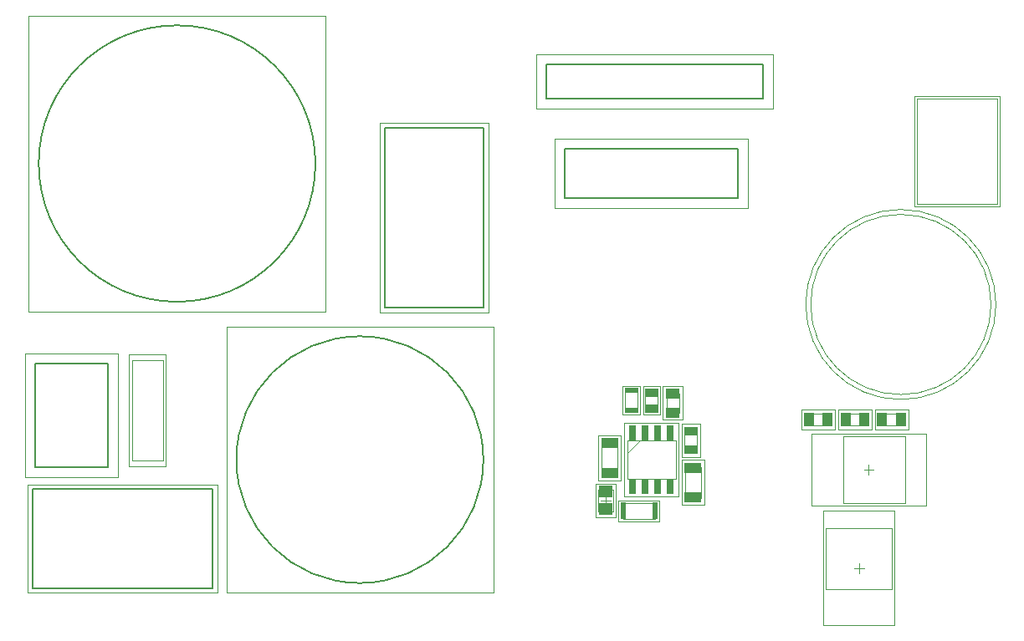
<source format=gbp>
G04 Layer_Color=128*
%FSLAX25Y25*%
%MOIN*%
G70*
G01*
G75*
%ADD17C,0.00394*%
%ADD18C,0.00787*%
%ADD19C,0.00197*%
%ADD34R,0.03937X0.05709*%
%ADD35R,0.02441X0.07165*%
%ADD36R,0.05512X0.03740*%
%ADD37R,0.05709X0.03937*%
%ADD38R,0.07087X0.04134*%
%ADD39R,0.05709X0.04528*%
%ADD40R,0.02756X0.06004*%
%ADD41R,0.05787X0.02441*%
%ADD42R,0.05472X0.03780*%
D17*
X588091Y325672D02*
G03*
X588091Y325672I-35925J0D01*
G01*
X544522Y282267D02*
X552396D01*
X544522Y277345D02*
Y282267D01*
Y277345D02*
X552396D01*
Y282267D01*
X529938D02*
X537812D01*
X529938Y277345D02*
Y282267D01*
Y277345D02*
X537812D01*
Y282267D01*
X515354D02*
X523228D01*
X515354Y277345D02*
Y282267D01*
Y277345D02*
X523228D01*
Y282267D01*
X441525Y240190D02*
Y246489D01*
X454123D01*
Y240190D02*
Y246489D01*
X441525Y240190D02*
X454123D01*
X466060Y267510D02*
X470981D01*
X466060D02*
Y275384D01*
X470981D01*
Y267510D02*
Y275384D01*
X463796Y282399D02*
Y290273D01*
X458875D02*
X463796D01*
X458875Y282399D02*
Y290273D01*
Y282399D02*
X463796D01*
X466158Y248497D02*
Y260899D01*
Y248497D02*
X472458D01*
Y260899D01*
X466158D02*
X472458D01*
X437433Y243208D02*
Y251869D01*
X431724Y243208D02*
Y251869D01*
Y243208D02*
X437433D01*
X431724Y251869D02*
X437433D01*
X439353Y258185D02*
Y270587D01*
X433054D02*
X439353D01*
X433054Y258185D02*
Y270587D01*
Y258185D02*
X439353D01*
X443110Y266457D02*
X448110Y271457D01*
X443110D02*
X462402D01*
Y256102D02*
Y271457D01*
X443110Y256102D02*
X462402D01*
X443110D02*
Y271457D01*
X442345Y283454D02*
X447267D01*
X442345D02*
Y291328D01*
X447267D01*
Y283454D02*
Y291328D01*
X455315Y283375D02*
Y291249D01*
X450394D02*
X455315D01*
X450394Y283375D02*
Y291249D01*
Y283375D02*
X455315D01*
X548720Y212008D02*
Y236496D01*
X522146Y212008D02*
Y236496D01*
X548720D01*
X522146Y212008D02*
X548720D01*
X529331Y246555D02*
X553819D01*
X529331Y273130D02*
X553819D01*
Y246555D02*
Y273130D01*
X529331Y246555D02*
Y273130D01*
X590551Y365748D02*
Y407717D01*
X558661D02*
X590551D01*
X558661Y365748D02*
Y407717D01*
Y365748D02*
X590551D01*
X245827Y303346D02*
X258110D01*
X245827Y263583D02*
Y303346D01*
Y263583D02*
X258110D01*
Y303346D01*
X432610Y247538D02*
X436547D01*
X434579Y245570D02*
Y249507D01*
X533465Y220472D02*
X537402D01*
X535433Y218504D02*
Y222441D01*
X414370Y364173D02*
X491142D01*
X414370D02*
Y391732D01*
X491142D01*
Y364173D02*
Y391732D01*
X539370Y257874D02*
Y261811D01*
X537402Y259843D02*
X541339D01*
X406811Y403839D02*
Y425492D01*
Y403839D02*
X501299D01*
Y425492D01*
X406811D02*
X501299D01*
X204331Y210630D02*
X279921D01*
X204331D02*
Y253937D01*
X279921D01*
Y210630D02*
Y253937D01*
X389764Y210630D02*
Y316929D01*
X283465Y210630D02*
X389764D01*
X283465D02*
Y316929D01*
X389764D01*
X387795Y322441D02*
Y398032D01*
X344488Y322441D02*
X387795D01*
X344488D02*
Y398032D01*
X387795D01*
X322835Y322835D02*
Y440945D01*
X204724D02*
X322835D01*
X204724Y322835D02*
Y440945D01*
Y322835D02*
X322835D01*
X203150Y306102D02*
X240157D01*
X203150Y256890D02*
Y306102D01*
Y256890D02*
X240157D01*
Y306102D01*
D18*
X336614Y312992D02*
G03*
X336614Y214567I0J-49213D01*
G01*
D02*
G03*
X336614Y312992I0J49213D01*
G01*
X208661Y381890D02*
G03*
X318898Y381890I55118J0D01*
G01*
D02*
G03*
X208661Y381890I-55118J0D01*
G01*
X418307Y368110D02*
X487205D01*
X418307D02*
Y387795D01*
X487205D01*
Y368110D02*
Y387795D01*
X410748Y407776D02*
Y421555D01*
Y407776D02*
X497362D01*
Y421555D01*
X410748D02*
X497362D01*
X206299Y212598D02*
X277953D01*
X206299D02*
Y251969D01*
X277953D01*
Y212598D02*
Y251969D01*
X385827Y324409D02*
Y396063D01*
X346457Y324409D02*
X385827D01*
X346457D02*
Y396063D01*
X385827D01*
X207087Y302165D02*
X236220D01*
X207087Y260827D02*
Y302165D01*
Y260827D02*
X236220D01*
Y302165D01*
D19*
X590059Y325672D02*
G03*
X590059Y325672I-37894J0D01*
G01*
X541766Y283743D02*
X555152D01*
X541766Y275869D02*
Y283743D01*
Y275869D02*
X555152D01*
Y283743D01*
X527182D02*
X540568D01*
X527182Y275869D02*
Y283743D01*
Y275869D02*
X540568D01*
Y283743D01*
X512598D02*
X525984D01*
X512598Y275869D02*
Y283743D01*
Y275869D02*
X525984D01*
Y283743D01*
X439714Y239166D02*
Y247513D01*
X455934D01*
Y239166D02*
Y247513D01*
X439714Y239166D02*
X455934D01*
X464781Y264852D02*
X472261D01*
X464781D02*
Y278041D01*
X472261D01*
Y264852D02*
Y278041D01*
X465273Y279643D02*
Y293029D01*
X457399D02*
X465273D01*
X457399Y279643D02*
Y293029D01*
Y279643D02*
X465273D01*
X464781Y245741D02*
Y263655D01*
Y245741D02*
X473836D01*
Y263655D01*
X464781D02*
X473836D01*
X438516Y240845D02*
Y254231D01*
X430642Y240845D02*
Y254231D01*
Y240845D02*
X438516D01*
X430642Y254231D02*
X438516D01*
X440731Y255429D02*
Y273343D01*
X431676D02*
X440731D01*
X431676Y255429D02*
Y273343D01*
Y255429D02*
X440731D01*
X441929Y278445D02*
X463583D01*
Y249114D02*
Y278445D01*
X441929Y249114D02*
X463583D01*
X441929D02*
Y278445D01*
X441302Y281643D02*
X448310D01*
X441302D02*
Y293139D01*
X448310D01*
Y281643D02*
Y293139D01*
X456201Y281643D02*
Y292981D01*
X449508D02*
X456201D01*
X449508Y281643D02*
Y292981D01*
Y281643D02*
X456201D01*
X549705Y197638D02*
Y243307D01*
X521161Y197638D02*
Y243307D01*
X549705D01*
X521161Y197638D02*
X549705D01*
X516535Y245571D02*
X562205D01*
X516535Y274114D02*
X562205D01*
Y245571D02*
Y274114D01*
X516535Y245571D02*
Y274114D01*
X591535Y364764D02*
Y408701D01*
X557677D02*
X591535D01*
X557677Y364764D02*
Y408701D01*
Y364764D02*
X591535D01*
X244626Y305925D02*
X259311D01*
X244626Y261004D02*
Y305925D01*
Y261004D02*
X259311D01*
Y305925D01*
D34*
X552199Y279806D02*
D03*
X544719D02*
D03*
X537615D02*
D03*
X530135D02*
D03*
X523032D02*
D03*
X515551D02*
D03*
D35*
X454123Y243340D02*
D03*
X441525D02*
D03*
D36*
X468521Y275187D02*
D03*
Y267707D02*
D03*
D37*
X461336Y282595D02*
D03*
Y290076D02*
D03*
D38*
X469308Y260603D02*
D03*
Y248792D02*
D03*
X436204Y258480D02*
D03*
Y270291D02*
D03*
D39*
X434579Y244094D02*
D03*
Y250983D02*
D03*
D40*
X445256Y253102D02*
D03*
X450256D02*
D03*
X455256D02*
D03*
X460256D02*
D03*
Y274457D02*
D03*
X455256D02*
D03*
X450256D02*
D03*
X445256D02*
D03*
D41*
X444806Y291328D02*
D03*
Y283454D02*
D03*
D42*
X452854Y284123D02*
D03*
Y290501D02*
D03*
M02*

</source>
